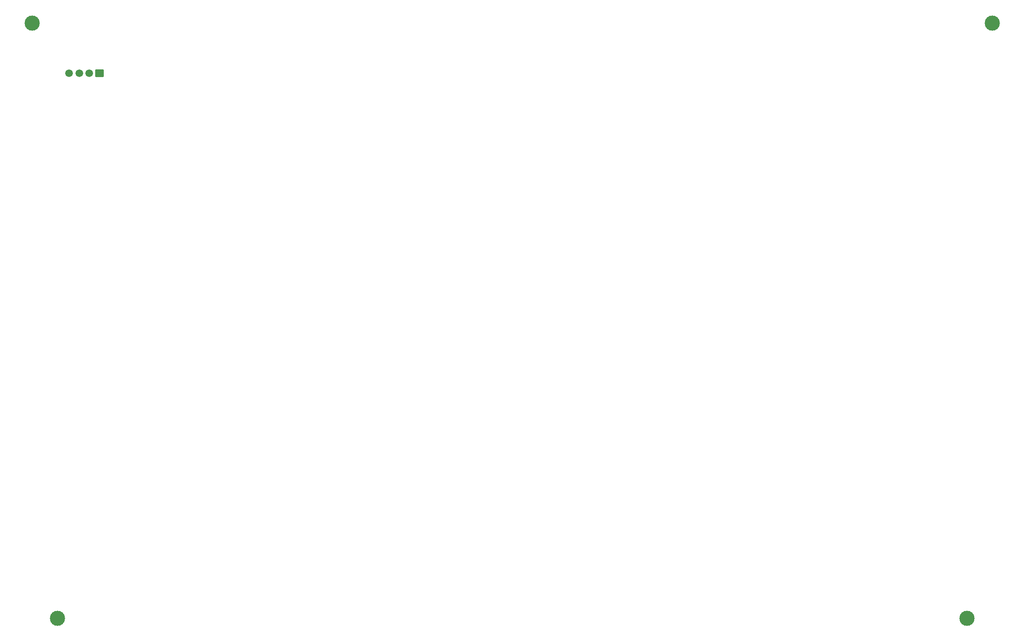
<source format=gbs>
G04 Layer: BottomSolderMaskLayer*
G04 EasyEDA v6.5.29, 2023-07-19 21:52:00*
G04 a52da41988e34a0299b0951248bc5a60,5a6b42c53f6a479593ecc07194224c93,10*
G04 Gerber Generator version 0.2*
G04 Scale: 100 percent, Rotated: No, Reflected: No *
G04 Dimensions in millimeters *
G04 leading zeros omitted , absolute positions ,4 integer and 5 decimal *
%FSLAX45Y45*%
%MOMM*%

%AMMACRO1*1,1,$1,$2,$3*1,1,$1,$4,$5*1,1,$1,0-$2,0-$3*1,1,$1,0-$4,0-$5*20,1,$1,$2,$3,$4,$5,0*20,1,$1,$4,$5,0-$2,0-$3,0*20,1,$1,0-$2,0-$3,0-$4,0-$5,0*20,1,$1,0-$4,0-$5,$2,$3,0*4,1,4,$2,$3,$4,$5,0-$2,0-$3,0-$4,0-$5,$2,$3,0*%
%ADD10C,1.5016*%
%ADD11MACRO1,0.1016X0.762X0.7X-0.762X0.7*%
%ADD12C,3.0000*%

%LPD*%
D10*
G01*
X1732000Y11303000D03*
G01*
X1932000Y11303000D03*
G01*
X2131999Y11303000D03*
D11*
G01*
X2331999Y11303000D03*
D12*
G01*
X999997Y12297999D03*
G01*
X19960000Y12297999D03*
G01*
X1499997Y529000D03*
G01*
X19460001Y529000D03*
M02*

</source>
